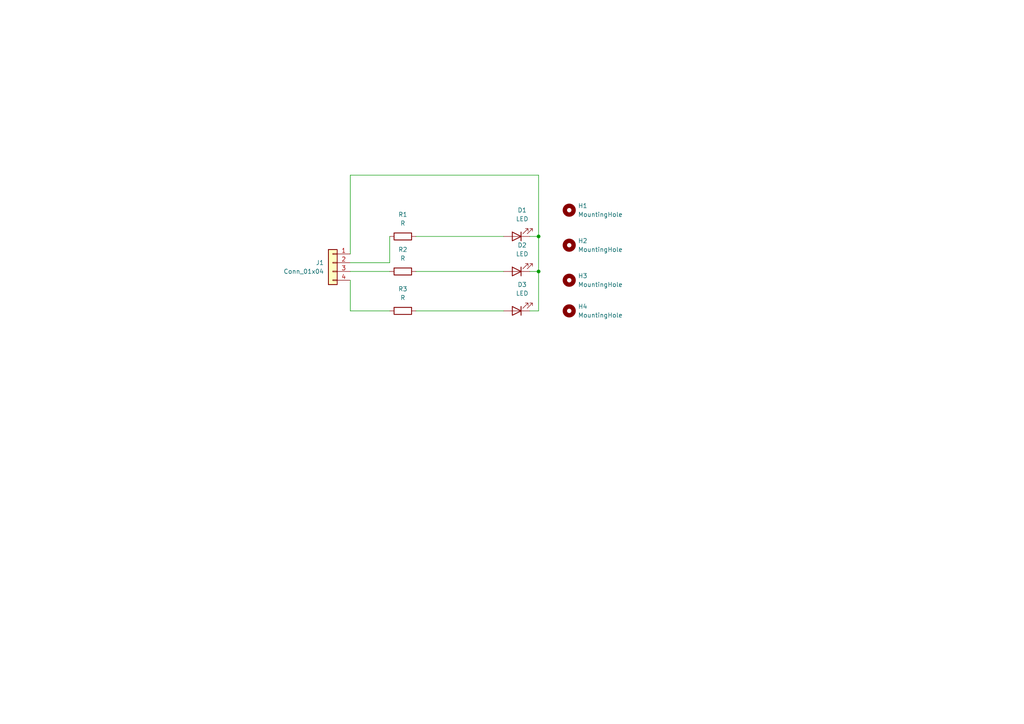
<source format=kicad_sch>
(kicad_sch (version 20230121) (generator eeschema)
  (paper "A4")
  (lib_symbols
    (symbol "Connector_Generic:Conn_01x04" (pin_names (offset 1.016) hide)
      (property "Reference" "J" (at 0 5.08 0))
      (property "Value" "Conn_01x04" (at 0 -7.62 0))
      (symbol "Conn_01x04_1_1"
        (rectangle (start -1.27 -4.953) (end 0 -5.207) (stroke (width 0.1524)))
        (rectangle (start -1.27 -2.413) (end 0 -2.667) (stroke (width 0.1524)))
        (rectangle (start -1.27 0.127) (end 0 -0.127) (stroke (width 0.1524)))
        (rectangle (start -1.27 2.667) (end 0 2.413) (stroke (width 0.1524)))
        (rectangle (start -1.27 3.81) (end 1.27 -6.35) (stroke (width 0.254)) (fill (type background)))
        (pin passive line (at -5.08 2.54 0) (length 3.81) (name "Pin_1") (number "1"))
        (pin passive line (at -5.08 0 0) (length 3.81) (name "Pin_2") (number "2"))
        (pin passive line (at -5.08 -2.54 0) (length 3.81) (name "Pin_3") (number "3"))
        (pin passive line (at -5.08 -5.08 0) (length 3.81) (name "Pin_4") (number "4"))
      )
    )
    (symbol "Device:LED" (pin_numbers hide) (pin_names (offset 1.016) hide)
      (property "Reference" "D" (at 0 2.54 0))
      (property "Value" "LED" (at 0 -2.54 0))
      (symbol "LED_0_1"
        (polyline (pts (xy -1.27 -1.27) (xy -1.27 1.27)) (stroke (width 0.254)))
        (polyline (pts (xy -1.27 0) (xy 1.27 0)))
        (polyline (pts (xy 1.27 -1.27) (xy 1.27 1.27) (xy -1.27 0) (xy 1.27 -1.27)) (stroke (width 0.254)))
        (polyline (pts (xy -3.048 -0.762) (xy -4.572 -2.286) (xy -3.81 -2.286) (xy -4.572 -2.286) (xy -4.572 -1.524)))
        (polyline (pts (xy -1.778 -0.762) (xy -3.302 -2.286) (xy -2.54 -2.286) (xy -3.302 -2.286) (xy -3.302 -1.524)))
      )
      (symbol "LED_1_1"
        (pin passive line (at -3.81 0 0) (length 2.54) (name "K") (number "1"))
        (pin passive line (at 3.81 0 180) (length 2.54) (name "A") (number "2"))
      )
    )
    (symbol "Device:R" (pin_numbers hide) (pin_names (offset 0))
      (property "Reference" "R" (at 2.032 0 90))
      (property "Value" "R" (at 0 0 90))
      (symbol "R_0_1"
        (rectangle (start -1.016 -2.54) (end 1.016 2.54) (stroke (width 0.254)))
      )
      (symbol "R_1_1"
        (pin passive line (at 0 3.81 270) (length 1.27) (name "~") (number "1"))
        (pin passive line (at 0 -3.81 90) (length 1.27) (name "~") (number "2"))
      )
    )
    (symbol "Mechanical:MountingHole" (pin_names (offset 1.016))
      (property "Reference" "H" (at 0 5.08 0))
      (property "Value" "MountingHole" (at 0 3.175 0))
      (symbol "MountingHole_0_1"
        (circle (center 0 0) (radius 1.27) (stroke (width 1.27)))
      )
    )
  )
  (junction (at 156.21 68.58))
  (junction (at 156.21 78.74))
  (wire (pts (xy 113.03 76.2) (xy 113.03 68.58)))
  (wire (pts (xy 120.65 90.17) (xy 146.05 90.17)))
  (wire (pts (xy 120.65 78.74) (xy 146.05 78.74)))
  (wire (pts (xy 101.6 50.8) (xy 156.21 50.8)))
  (wire (pts (xy 101.6 90.17) (xy 113.03 90.17)))
  (wire (pts (xy 153.67 78.74) (xy 156.21 78.74)))
  (wire (pts (xy 156.21 78.74) (xy 156.21 90.17)))
  (wire (pts (xy 101.6 81.28) (xy 101.6 90.17)))
  (wire (pts (xy 156.21 68.58) (xy 156.21 78.74)))
  (wire (pts (xy 156.21 50.8) (xy 156.21 68.58)))
  (wire (pts (xy 120.65 68.58) (xy 146.05 68.58)))
  (wire (pts (xy 101.6 73.66) (xy 101.6 50.8)))
  (wire (pts (xy 101.6 78.74) (xy 113.03 78.74)))
  (wire (pts (xy 153.67 68.58) (xy 156.21 68.58)))
  (wire (pts (xy 101.6 76.2) (xy 113.03 76.2)))
  (wire (pts (xy 156.21 90.17) (xy 153.67 90.17)))
  (symbol (lib_id "Connector_Generic:Conn_01x04") (at 96.52 76.2 0) (mirror y) (unit 1)
    (property "Reference" "J1" (at 93.98 76.2 0) (effects (justify left)))
    (property "Value" "Conn_01x04" (at 93.98 78.74 0) (effects (justify left)))
    (property "Footprint" "Connector_PinHeader_2.54mm:PinHeader_1x04_P2.54mm_Horizontal" (effects hide))
  )
  (symbol (lib_id "Mechanical:MountingHole") (at 165.1 90.17 0) (unit 1)
    (property "Reference" "H4" (at 167.64 88.9 0) (effects (justify left)))
    (property "Value" "MountingHole" (at 167.64 91.44 0) (effects (justify left)))
    (property "Footprint" "MountingHole:MountingHole_2.5mm" (effects hide))
  )
  (symbol (lib_id "Mechanical:MountingHole") (at 165.1 81.28 0) (unit 1)
    (property "Reference" "H3" (at 167.64 80.01 0) (effects (justify left)))
    (property "Value" "MountingHole" (at 167.64 82.55 0) (effects (justify left)))
    (property "Footprint" "MountingHole:MountingHole_2.5mm" (effects hide))
  )
  (symbol (lib_id "Mechanical:MountingHole") (at 165.1 60.96 0) (unit 1)
    (property "Reference" "H1" (at 167.64 59.69 0) (effects (justify left)))
    (property "Value" "MountingHole" (at 167.64 62.23 0) (effects (justify left)))
    (property "Footprint" "MountingHole:MountingHole_2.5mm" (effects hide))
  )
  (symbol (lib_id "Device:LED") (at 149.86 68.58 180) (unit 1)
    (property "Reference" "D1" (at 151.4475 60.96 0))
    (property "Value" "LED" (at 151.4475 63.5 0))
    (property "Footprint" "LED_THT:LED_D3.0mm" (effects hide))
  )
  (symbol (lib_id "Device:R") (at 116.84 90.17 90) (unit 1)
    (property "Reference" "R3" (at 116.84 83.82 90))
    (property "Value" "R" (at 116.84 86.36 90))
    (property "Footprint" "Resistor_THT:R_Axial_DIN0204_L3.6mm_D1.6mm_P5.08mm_Horizontal" (effects hide))
  )
  (symbol (lib_id "Device:LED") (at 149.86 90.17 180) (unit 1)
    (property "Reference" "D3" (at 151.4475 82.55 0))
    (property "Value" "LED" (at 151.4475 85.09 0))
    (property "Footprint" "LED_THT:LED_D3.0mm" (effects hide))
  )
  (symbol (lib_id "Device:R") (at 116.84 78.74 90) (unit 1)
    (property "Reference" "R2" (at 116.84 72.39 90))
    (property "Value" "R" (at 116.84 74.93 90))
    (property "Footprint" "Resistor_THT:R_Axial_DIN0204_L3.6mm_D1.6mm_P5.08mm_Horizontal" (effects hide))
  )
  (symbol (lib_id "Device:R") (at 116.84 68.58 90) (unit 1)
    (property "Reference" "R1" (at 116.84 62.23 90))
    (property "Value" "R" (at 116.84 64.77 90))
    (property "Footprint" "Resistor_THT:R_Axial_DIN0204_L3.6mm_D1.6mm_P5.08mm_Horizontal" (effects hide))
  )
  (symbol (lib_id "Mechanical:MountingHole") (at 165.1 71.12 0) (unit 1)
    (property "Reference" "H2" (at 167.64 69.85 0) (effects (justify left)))
    (property "Value" "MountingHole" (at 167.64 72.39 0) (effects (justify left)))
    (property "Footprint" "MountingHole:MountingHole_2.5mm" (effects hide))
  )
  (symbol (lib_id "Device:LED") (at 149.86 78.74 180) (unit 1)
    (property "Reference" "D2" (at 151.4475 71.12 0))
    (property "Value" "LED" (at 151.4475 73.66 0))
    (property "Footprint" "LED_THT:LED_D3.0mm" (effects hide))
  )
)
</source>
